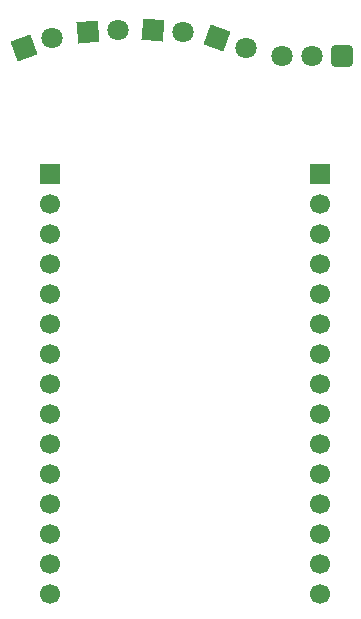
<source format=gbr>
%TF.GenerationSoftware,KiCad,Pcbnew,9.0.2*%
%TF.CreationDate,2025-06-28T18:53:08+03:00*%
%TF.ProjectId,esp-remote-board,6573702d-7265-46d6-9f74-652d626f6172,rev?*%
%TF.SameCoordinates,Original*%
%TF.FileFunction,Copper,L2,Bot*%
%TF.FilePolarity,Positive*%
%FSLAX46Y46*%
G04 Gerber Fmt 4.6, Leading zero omitted, Abs format (unit mm)*
G04 Created by KiCad (PCBNEW 9.0.2) date 2025-06-28 18:53:08*
%MOMM*%
%LPD*%
G01*
G04 APERTURE LIST*
G04 Aperture macros list*
%AMRoundRect*
0 Rectangle with rounded corners*
0 $1 Rounding radius*
0 $2 $3 $4 $5 $6 $7 $8 $9 X,Y pos of 4 corners*
0 Add a 4 corners polygon primitive as box body*
4,1,4,$2,$3,$4,$5,$6,$7,$8,$9,$2,$3,0*
0 Add four circle primitives for the rounded corners*
1,1,$1+$1,$2,$3*
1,1,$1+$1,$4,$5*
1,1,$1+$1,$6,$7*
1,1,$1+$1,$8,$9*
0 Add four rect primitives between the rounded corners*
20,1,$1+$1,$2,$3,$4,$5,0*
20,1,$1+$1,$4,$5,$6,$7,0*
20,1,$1+$1,$6,$7,$8,$9,0*
20,1,$1+$1,$8,$9,$2,$3,0*%
%AMRotRect*
0 Rectangle, with rotation*
0 The origin of the aperture is its center*
0 $1 length*
0 $2 width*
0 $3 Rotation angle, in degrees counterclockwise*
0 Add horizontal line*
21,1,$1,$2,0,0,$3*%
G04 Aperture macros list end*
%TA.AperFunction,ComponentPad*%
%ADD10RotRect,1.800000X1.800000X355.000000*%
%TD*%
%TA.AperFunction,ComponentPad*%
%ADD11C,1.800000*%
%TD*%
%TA.AperFunction,ComponentPad*%
%ADD12R,1.700000X1.700000*%
%TD*%
%TA.AperFunction,ComponentPad*%
%ADD13C,1.700000*%
%TD*%
%TA.AperFunction,ComponentPad*%
%ADD14RotRect,1.800000X1.800000X5.000000*%
%TD*%
%TA.AperFunction,ComponentPad*%
%ADD15RotRect,1.800000X1.800000X20.000000*%
%TD*%
%TA.AperFunction,ComponentPad*%
%ADD16RoundRect,0.248400X0.651600X0.651600X-0.651600X0.651600X-0.651600X-0.651600X0.651600X-0.651600X0*%
%TD*%
%TA.AperFunction,ComponentPad*%
%ADD17RotRect,1.800000X1.800000X340.000000*%
%TD*%
G04 APERTURE END LIST*
D10*
%TO.P,D6,1,K*%
%TO.N,Net-(D6-K)*%
X150249770Y-70538624D03*
D11*
%TO.P,D6,2,A*%
%TO.N,/VDD3V3*%
X152780106Y-70760000D03*
%TD*%
D12*
%TO.P,J2,1,Pin_1*%
%TO.N,unconnected-(J2-Pin_1-Pad1)*%
X164390000Y-82782730D03*
D13*
%TO.P,J2,2,Pin_2*%
%TO.N,/D1*%
X164390000Y-85322730D03*
%TO.P,J2,3,Pin_3*%
%TO.N,/D2*%
X164390000Y-87862730D03*
%TO.P,J2,4,Pin_4*%
%TO.N,unconnected-(J2-Pin_4-Pad4)*%
X164390000Y-90402730D03*
%TO.P,J2,5,Pin_5*%
%TO.N,unconnected-(J2-Pin_5-Pad5)*%
X164390000Y-92942730D03*
%TO.P,J2,6,Pin_6*%
%TO.N,/VDD3V3*%
X164390000Y-95482730D03*
%TO.P,J2,7,Pin_7*%
%TO.N,GND*%
X164390000Y-98022730D03*
%TO.P,J2,8,Pin_8*%
%TO.N,/D5*%
X164390000Y-100562730D03*
%TO.P,J2,9,Pin_9*%
%TO.N,/D6*%
X164390000Y-103102730D03*
%TO.P,J2,10,Pin_10*%
%TO.N,unconnected-(J2-Pin_10-Pad10)*%
X164390000Y-105642730D03*
%TO.P,J2,11,Pin_11*%
%TO.N,unconnected-(J2-Pin_11-Pad11)*%
X164390000Y-108182730D03*
%TO.P,J2,12,Pin_12*%
%TO.N,unconnected-(J2-Pin_12-Pad12)*%
X164390000Y-110722730D03*
%TO.P,J2,13,Pin_13*%
%TO.N,unconnected-(J2-Pin_13-Pad13)*%
X164390000Y-113262730D03*
%TO.P,J2,14,Pin_14*%
%TO.N,GND*%
X164390000Y-115802730D03*
%TO.P,J2,15,Pin_15*%
%TO.N,/VDD3V3*%
X164390000Y-118342730D03*
%TD*%
D14*
%TO.P,D5,1,K*%
%TO.N,Net-(D5-K)*%
X144779770Y-70760000D03*
D11*
%TO.P,D5,2,A*%
%TO.N,/VDD3V3*%
X147310106Y-70538624D03*
%TD*%
D15*
%TO.P,D4,1,K*%
%TO.N,Net-(D4-K)*%
X139309770Y-72128731D03*
D11*
%TO.P,D4,2,A*%
%TO.N,/VDD3V3*%
X141696589Y-71260000D03*
%TD*%
D16*
%TO.P,U2,1,OUT*%
%TO.N,/D1*%
X166289770Y-72760000D03*
D11*
%TO.P,U2,2,GND*%
%TO.N,GND*%
X163749770Y-72760000D03*
%TO.P,U2,3,Vs*%
%TO.N,/VDD3V3*%
X161209770Y-72760000D03*
%TD*%
D12*
%TO.P,J1,1,Pin_1*%
%TO.N,unconnected-(J1-Pin_1-Pad1)*%
X141530000Y-82782730D03*
D13*
%TO.P,J1,2,Pin_2*%
%TO.N,unconnected-(J1-Pin_2-Pad2)*%
X141530000Y-85322730D03*
%TO.P,J1,3,Pin_3*%
%TO.N,unconnected-(J1-Pin_3-Pad3)*%
X141530000Y-87862730D03*
%TO.P,J1,4,Pin_4*%
%TO.N,unconnected-(J1-Pin_4-Pad4)*%
X141530000Y-90402730D03*
%TO.P,J1,5,Pin_5*%
%TO.N,unconnected-(J1-Pin_5-Pad5)*%
X141530000Y-92942730D03*
%TO.P,J1,6,Pin_6*%
%TO.N,unconnected-(J1-Pin_6-Pad6)*%
X141530000Y-95482730D03*
%TO.P,J1,7,Pin_7*%
%TO.N,unconnected-(J1-Pin_7-Pad7)*%
X141530000Y-98022730D03*
%TO.P,J1,8,Pin_8*%
%TO.N,unconnected-(J1-Pin_8-Pad8)*%
X141530000Y-100562730D03*
%TO.P,J1,9,Pin_9*%
%TO.N,unconnected-(J1-Pin_9-Pad9)*%
X141530000Y-103102730D03*
%TO.P,J1,10,Pin_10*%
%TO.N,GND*%
X141530000Y-105642730D03*
%TO.P,J1,11,Pin_11*%
%TO.N,/VDD3V3*%
X141530000Y-108182730D03*
%TO.P,J1,12,Pin_12*%
%TO.N,unconnected-(J1-Pin_12-Pad12)*%
X141530000Y-110722730D03*
%TO.P,J1,13,Pin_13*%
%TO.N,unconnected-(J1-Pin_13-Pad13)*%
X141530000Y-113262730D03*
%TO.P,J1,14,Pin_14*%
%TO.N,GND*%
X141530000Y-115802730D03*
%TO.P,J1,15,Pin_15*%
%TO.N,unconnected-(J1-Pin_15-Pad15)*%
X141530000Y-118342730D03*
%TD*%
D17*
%TO.P,D7,1,K*%
%TO.N,Net-(D7-K)*%
X155719770Y-71260000D03*
D11*
%TO.P,D7,2,A*%
%TO.N,/VDD3V3*%
X158106589Y-72128731D03*
%TD*%
M02*

</source>
